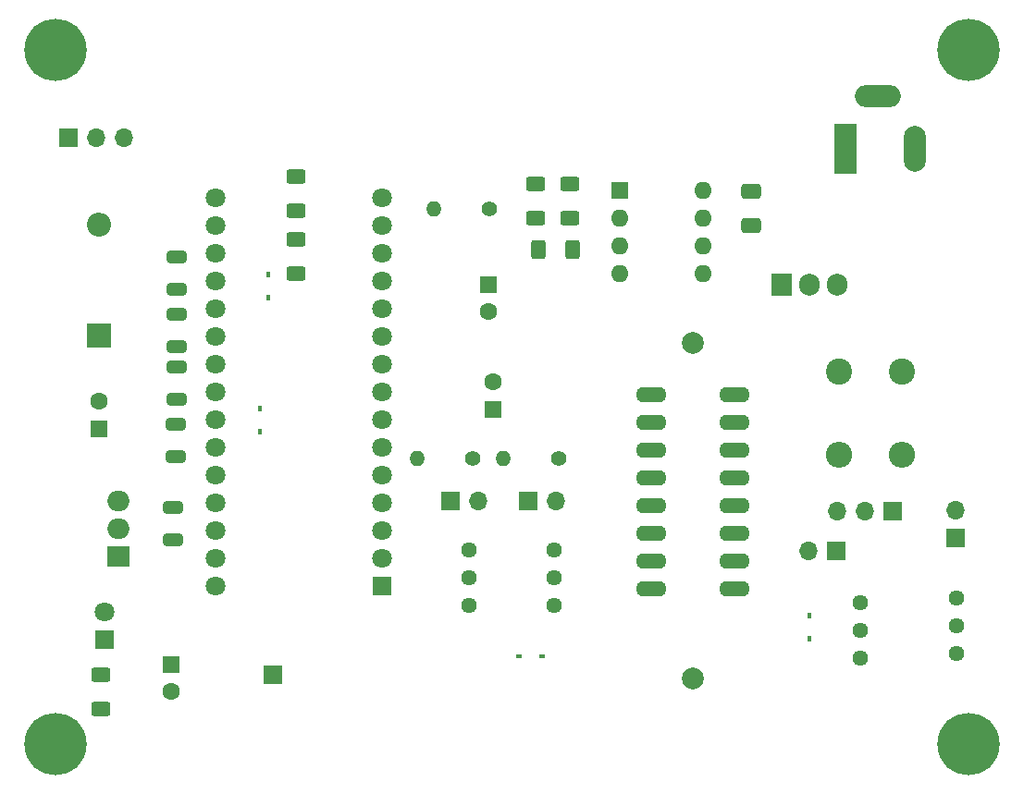
<source format=gbr>
%TF.GenerationSoftware,KiCad,Pcbnew,(6.0.7)*%
%TF.CreationDate,2023-03-15T17:40:26-04:00*%
%TF.ProjectId,NPN Tracer V1,4e504e20-5472-4616-9365-722056312e6b,rev?*%
%TF.SameCoordinates,Original*%
%TF.FileFunction,Soldermask,Top*%
%TF.FilePolarity,Negative*%
%FSLAX46Y46*%
G04 Gerber Fmt 4.6, Leading zero omitted, Abs format (unit mm)*
G04 Created by KiCad (PCBNEW (6.0.7)) date 2023-03-15 17:40:26*
%MOMM*%
%LPD*%
G01*
G04 APERTURE LIST*
G04 Aperture macros list*
%AMRoundRect*
0 Rectangle with rounded corners*
0 $1 Rounding radius*
0 $2 $3 $4 $5 $6 $7 $8 $9 X,Y pos of 4 corners*
0 Add a 4 corners polygon primitive as box body*
4,1,4,$2,$3,$4,$5,$6,$7,$8,$9,$2,$3,0*
0 Add four circle primitives for the rounded corners*
1,1,$1+$1,$2,$3*
1,1,$1+$1,$4,$5*
1,1,$1+$1,$6,$7*
1,1,$1+$1,$8,$9*
0 Add four rect primitives between the rounded corners*
20,1,$1+$1,$2,$3,$4,$5,0*
20,1,$1+$1,$4,$5,$6,$7,0*
20,1,$1+$1,$6,$7,$8,$9,0*
20,1,$1+$1,$8,$9,$2,$3,0*%
G04 Aperture macros list end*
%ADD10C,1.800000*%
%ADD11R,1.800000X1.800000*%
%ADD12R,2.000000X4.600000*%
%ADD13O,2.000000X4.200000*%
%ADD14O,4.200000X2.000000*%
%ADD15R,1.700000X1.700000*%
%ADD16O,1.700000X1.700000*%
%ADD17C,5.700000*%
%ADD18C,3.600000*%
%ADD19R,2.200000X2.200000*%
%ADD20O,2.200000X2.200000*%
%ADD21RoundRect,0.250000X0.650000X-0.325000X0.650000X0.325000X-0.650000X0.325000X-0.650000X-0.325000X0*%
%ADD22RoundRect,0.250000X-0.625000X0.400000X-0.625000X-0.400000X0.625000X-0.400000X0.625000X0.400000X0*%
%ADD23RoundRect,0.250000X-0.650000X0.325000X-0.650000X-0.325000X0.650000X-0.325000X0.650000X0.325000X0*%
%ADD24R,1.600000X1.600000*%
%ADD25C,1.600000*%
%ADD26O,1.600000X1.600000*%
%ADD27RoundRect,0.250000X-0.650000X0.412500X-0.650000X-0.412500X0.650000X-0.412500X0.650000X0.412500X0*%
%ADD28RoundRect,0.250000X-0.400000X-0.625000X0.400000X-0.625000X0.400000X0.625000X-0.400000X0.625000X0*%
%ADD29R,1.905000X2.000000*%
%ADD30O,1.905000X2.000000*%
%ADD31R,0.600000X0.450000*%
%ADD32R,0.450000X0.600000*%
%ADD33C,2.400000*%
%ADD34O,2.400000X2.400000*%
%ADD35C,1.400000*%
%ADD36O,1.400000X1.400000*%
%ADD37RoundRect,0.250000X0.625000X-0.400000X0.625000X0.400000X-0.625000X0.400000X-0.625000X-0.400000X0*%
%ADD38C,2.000000*%
%ADD39O,2.816000X1.408000*%
%ADD40C,1.440000*%
%ADD41R,2.000000X1.905000*%
%ADD42O,2.000000X1.905000*%
G04 APERTURE END LIST*
D10*
%TO.C,TB1*%
X102083500Y-102694000D03*
X102083500Y-100154000D03*
X102083500Y-97614000D03*
X102083500Y-95074000D03*
X102083500Y-92534000D03*
X102083500Y-89994000D03*
X102083500Y-87454000D03*
X102083500Y-84914000D03*
X102083500Y-82374000D03*
X102083500Y-79834000D03*
X102083500Y-77294000D03*
X102083500Y-74754000D03*
X102083500Y-72214000D03*
X102083500Y-69674000D03*
X102083500Y-67134000D03*
X117323500Y-67134000D03*
X117323500Y-69674000D03*
X117323500Y-72214000D03*
X117323500Y-74754000D03*
X117323500Y-77294000D03*
X117323500Y-79834000D03*
X117323500Y-82374000D03*
X117323500Y-84914000D03*
X117323500Y-87454000D03*
X117323500Y-89994000D03*
X117323500Y-92534000D03*
X117323500Y-95074000D03*
X117323500Y-97614000D03*
X117323500Y-100154000D03*
D11*
X117323500Y-102694000D03*
%TD*%
D12*
%TO.C,J8*%
X159766000Y-62626000D03*
D13*
X166066000Y-62626000D03*
D14*
X162666000Y-57826000D03*
%TD*%
D15*
%TO.C,J5*%
X88597500Y-61595000D03*
D16*
X91137500Y-61595000D03*
X93677500Y-61595000D03*
%TD*%
D17*
%TO.C,H4*%
X171005500Y-117157500D03*
D18*
X171005500Y-117157500D03*
%TD*%
D17*
%TO.C,H3*%
X171005500Y-53594000D03*
D18*
X171005500Y-53594000D03*
%TD*%
D17*
%TO.C,H2*%
X87439500Y-53594000D03*
D18*
X87439500Y-53594000D03*
%TD*%
D17*
%TO.C,H1*%
X87439500Y-117157500D03*
D18*
X87439500Y-117157500D03*
%TD*%
D19*
%TO.C,D1*%
X91440000Y-79756000D03*
D20*
X91440000Y-69596000D03*
%TD*%
D21*
%TO.C,C7*%
X98552000Y-75516000D03*
X98552000Y-72566000D03*
%TD*%
D22*
%TO.C,R11*%
X109410500Y-70967000D03*
X109410500Y-74067000D03*
%TD*%
D23*
%TO.C,C10*%
X98425000Y-87869500D03*
X98425000Y-90819500D03*
%TD*%
D24*
%TO.C,C2*%
X127444500Y-86496651D03*
D25*
X127444500Y-83996651D03*
%TD*%
D23*
%TO.C,C6*%
X98171000Y-95489500D03*
X98171000Y-98439500D03*
%TD*%
D24*
%TO.C,U1*%
X139114000Y-66445500D03*
D26*
X139114000Y-68985500D03*
X139114000Y-71525500D03*
X139114000Y-74065500D03*
X146734000Y-74065500D03*
X146734000Y-71525500D03*
X146734000Y-68985500D03*
X146734000Y-66445500D03*
%TD*%
D15*
%TO.C,J2*%
X169799000Y-98303000D03*
D16*
X169799000Y-95763000D03*
%TD*%
D15*
%TO.C,J6*%
X123566000Y-94869000D03*
D16*
X126106000Y-94869000D03*
%TD*%
D27*
%TO.C,C3*%
X151130000Y-66573000D03*
X151130000Y-69698000D03*
%TD*%
D28*
%TO.C,R2*%
X131648500Y-71896500D03*
X134748500Y-71896500D03*
%TD*%
D23*
%TO.C,C9*%
X98488500Y-82648000D03*
X98488500Y-85598000D03*
%TD*%
D24*
%TO.C,C4*%
X98044000Y-109855000D03*
D25*
X98044000Y-112355000D03*
%TD*%
D29*
%TO.C,Q1*%
X153924000Y-75084500D03*
D30*
X156464000Y-75084500D03*
X159004000Y-75084500D03*
%TD*%
D31*
%TO.C,D5*%
X129887000Y-109156500D03*
X131987000Y-109156500D03*
%TD*%
D32*
%TO.C,D6*%
X106172000Y-86453000D03*
X106172000Y-88553000D03*
%TD*%
D15*
%TO.C,J1*%
X158882000Y-99504500D03*
D16*
X156342000Y-99504500D03*
%TD*%
D33*
%TO.C,R8*%
X159131000Y-83009500D03*
D34*
X159131000Y-90629500D03*
%TD*%
D32*
%TO.C,D3*%
X106870500Y-76297500D03*
X106870500Y-74197500D03*
%TD*%
D35*
%TO.C,R4*%
X133490500Y-90995500D03*
D36*
X128410500Y-90995500D03*
%TD*%
D15*
%TO.C,J3*%
X130678000Y-94869000D03*
D16*
X133218000Y-94869000D03*
%TD*%
D37*
%TO.C,R7*%
X134532000Y-69001500D03*
X134532000Y-65901500D03*
%TD*%
D23*
%TO.C,C8*%
X98552000Y-77836500D03*
X98552000Y-80786500D03*
%TD*%
D11*
%TO.C,D2*%
X91884500Y-107574000D03*
D10*
X91884500Y-105034000D03*
%TD*%
D15*
%TO.C,J7*%
X107315000Y-110807500D03*
%TD*%
D37*
%TO.C,R10*%
X109410500Y-68288500D03*
X109410500Y-65188500D03*
%TD*%
D38*
%TO.C,ZX1*%
X145796000Y-80423500D03*
X145796000Y-111163500D03*
D39*
X149606000Y-102933500D03*
X149606000Y-100393500D03*
X149606000Y-97853500D03*
X149606000Y-95313500D03*
X149606000Y-92773500D03*
X149606000Y-90233500D03*
X149606000Y-87693500D03*
X149606000Y-85153500D03*
X141986000Y-85153500D03*
X141986000Y-87693500D03*
X141986000Y-90233500D03*
X141986000Y-92773500D03*
X141986000Y-95313500D03*
X141986000Y-97853500D03*
X141986000Y-100393500D03*
X141986000Y-102933500D03*
%TD*%
D40*
%TO.C,ADC1*%
X125324500Y-104472000D03*
X125324500Y-101932000D03*
X125324500Y-99392000D03*
%TD*%
D32*
%TO.C,D4*%
X156400500Y-107476000D03*
X156400500Y-105376000D03*
%TD*%
D40*
%TO.C,ADC3*%
X161099500Y-109293500D03*
X161099500Y-106753500D03*
X161099500Y-104213500D03*
%TD*%
D22*
%TO.C,R6*%
X131420500Y-65901500D03*
X131420500Y-69001500D03*
%TD*%
D15*
%TO.C,J4*%
X164069000Y-95821500D03*
D16*
X161529000Y-95821500D03*
X158989000Y-95821500D03*
%TD*%
D41*
%TO.C,U2*%
X93182000Y-100012500D03*
D42*
X93182000Y-97472500D03*
X93182000Y-94932500D03*
%TD*%
D40*
%TO.C,ADC2*%
X133071500Y-104482000D03*
X133071500Y-101942000D03*
X133071500Y-99402000D03*
%TD*%
D35*
%TO.C,R3*%
X125616500Y-90995500D03*
D36*
X120536500Y-90995500D03*
%TD*%
D37*
%TO.C,R9*%
X91567000Y-113945000D03*
X91567000Y-110845000D03*
%TD*%
D40*
%TO.C,ADC4*%
X169862500Y-108912500D03*
X169862500Y-106372500D03*
X169862500Y-103832500D03*
%TD*%
D24*
%TO.C,C5*%
X91440000Y-88274651D03*
D25*
X91440000Y-85774651D03*
%TD*%
D24*
%TO.C,C1*%
X127102500Y-75071500D03*
D25*
X127102500Y-77571500D03*
%TD*%
D35*
%TO.C,R1*%
X127127000Y-68135500D03*
D36*
X122047000Y-68135500D03*
%TD*%
D33*
%TO.C,R5*%
X164909500Y-83009500D03*
D34*
X164909500Y-90629500D03*
%TD*%
M02*

</source>
